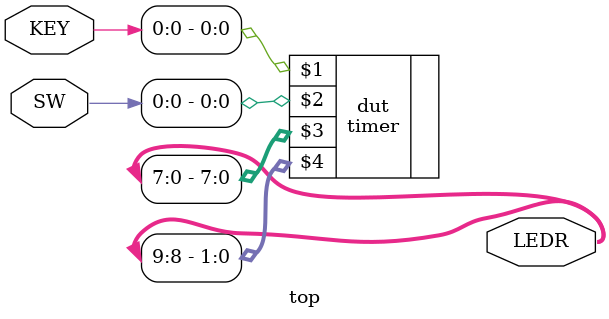
<source format=v>
module top (SW, KEY, LEDR);

    input wire [9:0] SW;        // DE-series switches
    input wire [3:0] KEY;       // DE-series pushbuttons

    output wire [9:0] LEDR;     // DE-series LEDs   

    timer dut (KEY[0], SW[0], LEDR[7:0], LEDR[9:8]);
 
endmodule


</source>
